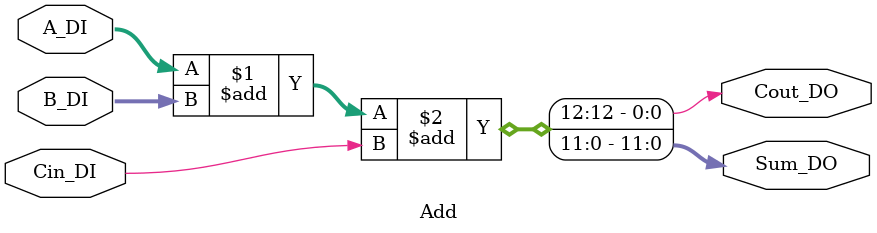
<source format=v>
/*
 * Add.v
 * Adder for real numbers
 *
 * Author: Oscar Castaneda
 * Last update: April 17, 2019
 */

module Add
#(
   parameter DATA_WIDTH = 12   //Number of bits for inputs and outputs
 )
 (   
   input [DATA_WIDTH-1:0] A_DI,    // Numbers to
   input [DATA_WIDTH-1:0] B_DI,    // be added
   input                  Cin_DI,  // Carry-in  
   
   output [DATA_WIDTH-1:0] Sum_DO, // Result of addition
   output                  Cout_DO // Carry-out
 );

 assign {Cout_DO, Sum_DO} = A_DI + B_DI + Cin_DI;

endmodule
</source>
